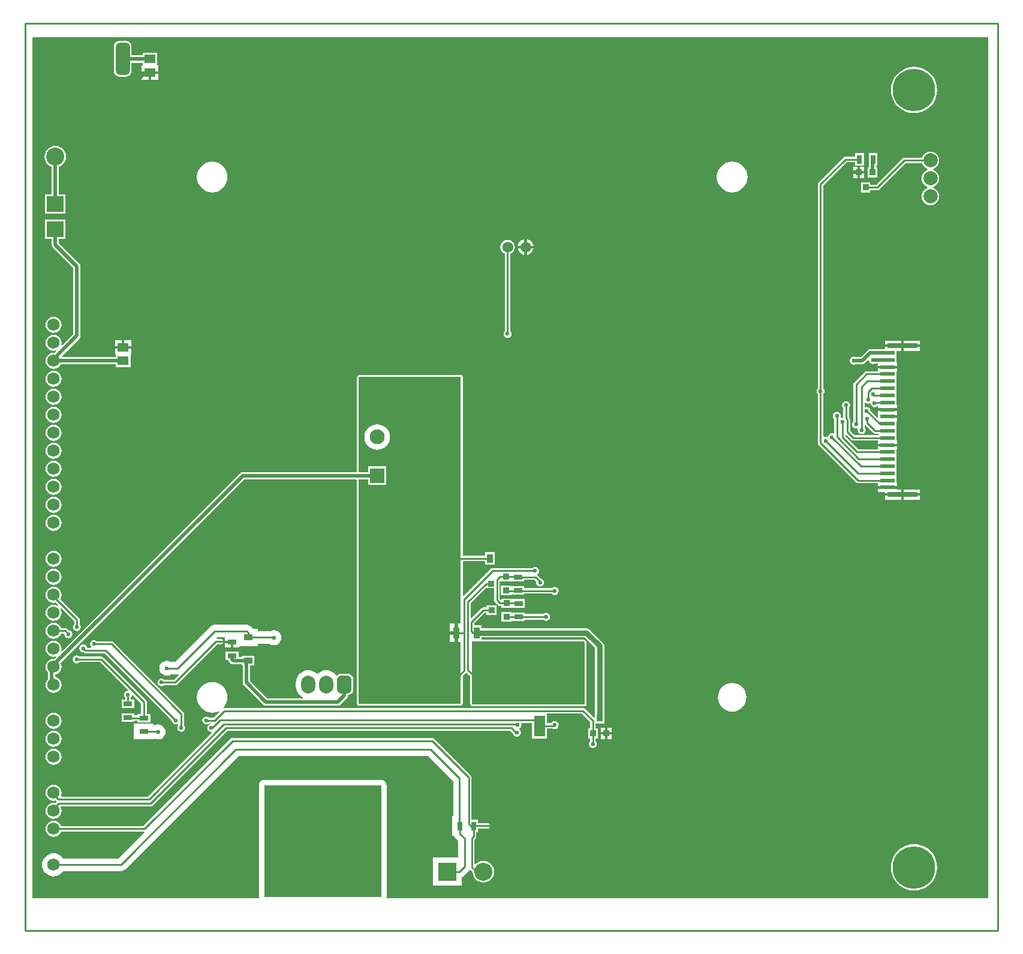
<source format=gtl>
G04*
G04 #@! TF.GenerationSoftware,Altium Limited,CircuitStudio,1.5.2 (30)*
G04*
G04 Layer_Physical_Order=1*
G04 Layer_Color=11767835*
%FSLAX44Y44*%
%MOMM*%
G71*
G01*
G75*
%ADD10R,0.2540X0.2540*%
%ADD11R,0.9100X1.2200*%
%ADD12R,5.8000X6.2000*%
%ADD13R,1.6000X3.0000*%
%ADD14R,2.7500X7.8200*%
%ADD15R,0.9000X1.6000*%
%ADD16R,0.7000X1.3000*%
%ADD17R,0.8128X0.9144*%
%ADD18R,2.0000X0.6000*%
%ADD19R,4.2000X0.7000*%
%ADD20R,1.6000X1.3000*%
%ADD21R,1.2200X0.9100*%
%ADD22R,1.3000X0.7000*%
%ADD23R,2.4000X2.1600*%
%ADD24R,0.2540X0.2540*%
%ADD25R,0.9144X0.8128*%
%ADD26C,0.2540*%
%ADD27C,0.5000*%
%ADD28C,0.7500*%
%ADD29C,0.2500*%
%ADD30R,2.5400X2.5400*%
%ADD31C,2.5400*%
%ADD32C,6.0000*%
%ADD33O,2.5400X3.1750*%
%ADD34R,2.5400X2.5400*%
%ADD35C,4.0000*%
%ADD36C,2.0000*%
G04:AMPARAMS|DCode=37|XSize=2mm|YSize=4mm|CornerRadius=0.5mm|HoleSize=0mm|Usage=FLASHONLY|Rotation=180.000|XOffset=0mm|YOffset=0mm|HoleType=Round|Shape=RoundedRectangle|*
%AMROUNDEDRECTD37*
21,1,2.0000,3.0000,0,0,180.0*
21,1,1.0000,4.0000,0,0,180.0*
1,1,1.0000,-0.5000,1.5000*
1,1,1.0000,0.5000,1.5000*
1,1,1.0000,0.5000,-1.5000*
1,1,1.0000,-0.5000,-1.5000*
%
%ADD37ROUNDEDRECTD37*%
G04:AMPARAMS|DCode=38|XSize=2mm|YSize=4.5mm|CornerRadius=0.5mm|HoleSize=0mm|Usage=FLASHONLY|Rotation=0.000|XOffset=0mm|YOffset=0mm|HoleType=Round|Shape=RoundedRectangle|*
%AMROUNDEDRECTD38*
21,1,2.0000,3.5000,0,0,0.0*
21,1,1.0000,4.5000,0,0,0.0*
1,1,1.0000,0.5000,-1.7500*
1,1,1.0000,-0.5000,-1.7500*
1,1,1.0000,-0.5000,1.7500*
1,1,1.0000,0.5000,1.7500*
%
%ADD38ROUNDEDRECTD38*%
G04:AMPARAMS|DCode=39|XSize=2mm|YSize=4mm|CornerRadius=0.5mm|HoleSize=0mm|Usage=FLASHONLY|Rotation=90.000|XOffset=0mm|YOffset=0mm|HoleType=Round|Shape=RoundedRectangle|*
%AMROUNDEDRECTD39*
21,1,2.0000,3.0000,0,0,90.0*
21,1,1.0000,4.0000,0,0,90.0*
1,1,1.0000,1.5000,0.5000*
1,1,1.0000,1.5000,-0.5000*
1,1,1.0000,-1.5000,-0.5000*
1,1,1.0000,-1.5000,0.5000*
%
%ADD39ROUNDEDRECTD39*%
G04:AMPARAMS|DCode=40|XSize=2mm|YSize=2.5mm|CornerRadius=0.5mm|HoleSize=0mm|Usage=FLASHONLY|Rotation=0.000|XOffset=0mm|YOffset=0mm|HoleType=Round|Shape=RoundedRectangle|*
%AMROUNDEDRECTD40*
21,1,2.0000,1.5000,0,0,0.0*
21,1,1.0000,2.5000,0,0,0.0*
1,1,1.0000,0.5000,-0.7500*
1,1,1.0000,-0.5000,-0.7500*
1,1,1.0000,-0.5000,0.7500*
1,1,1.0000,0.5000,0.7500*
%
%ADD40ROUNDEDRECTD40*%
%ADD41O,2.0000X2.5000*%
%ADD42C,2.1000*%
%ADD43R,2.1000X2.1000*%
%ADD44C,1.5240*%
%ADD45C,1.7500*%
%ADD46C,0.6000*%
G36*
X2104000Y1468500D02*
X1939000D01*
Y1626000D01*
X2104000D01*
Y1468500D01*
D02*
G37*
G36*
X2961500Y2681000D02*
X2961500Y1466898D01*
X2960602Y1466000D01*
X2112349Y1466000D01*
X2111403Y1467270D01*
X2111565Y1468500D01*
Y1626000D01*
X2111307Y1627958D01*
X2110551Y1629782D01*
X2109349Y1631349D01*
X2107782Y1632551D01*
X2105958Y1633307D01*
X2104000Y1633565D01*
X1939000D01*
X1937042Y1633307D01*
X1935217Y1632551D01*
X1933651Y1631349D01*
X1932449Y1629782D01*
X1931693Y1627958D01*
X1931435Y1626000D01*
Y1468500D01*
X1931597Y1467270D01*
X1930651Y1466000D01*
X1611500D01*
X1611500Y2680102D01*
X1612398Y2681000D01*
X2961500Y2681000D01*
D02*
G37*
%LPC*%
G36*
X1641500Y1956687D02*
X1638553Y1956299D01*
X1635806Y1955162D01*
X1633448Y1953352D01*
X1631638Y1950993D01*
X1630500Y1948247D01*
X1630112Y1945300D01*
X1630500Y1942353D01*
X1631638Y1939606D01*
X1633448Y1937248D01*
X1635806Y1935438D01*
X1638553Y1934300D01*
X1641500Y1933912D01*
X1644447Y1934300D01*
X1647194Y1935438D01*
X1649552Y1937248D01*
X1651362Y1939606D01*
X1652499Y1942353D01*
X1652887Y1945300D01*
X1652499Y1948247D01*
X1651362Y1950993D01*
X1649552Y1953352D01*
X1647194Y1955162D01*
X1644447Y1956299D01*
X1641500Y1956687D01*
D02*
G37*
G36*
X2073398Y2204590D02*
X2072407Y2204393D01*
X2071567Y2203831D01*
X2070669Y2202933D01*
X2070107Y2202093D01*
X2069910Y2201102D01*
X2069910Y2068737D01*
X2069173Y2067839D01*
X1908800D01*
X1906833Y2067448D01*
X1905166Y2066334D01*
X1654001Y1815168D01*
X1652614Y1815378D01*
X1652516Y1815479D01*
X1652887Y1818300D01*
X1652499Y1821247D01*
X1651362Y1823994D01*
X1649552Y1826352D01*
X1647194Y1828162D01*
X1644447Y1829299D01*
X1641500Y1829687D01*
X1638553Y1829299D01*
X1635806Y1828162D01*
X1633448Y1826352D01*
X1631638Y1823994D01*
X1630500Y1821247D01*
X1630112Y1818300D01*
X1630500Y1815353D01*
X1631638Y1812606D01*
X1633448Y1810248D01*
X1635806Y1808438D01*
X1638553Y1807300D01*
X1641500Y1806912D01*
X1644321Y1807284D01*
X1644422Y1807185D01*
X1644631Y1805799D01*
X1642932Y1804099D01*
X1641500Y1804287D01*
X1638553Y1803899D01*
X1635806Y1802762D01*
X1633448Y1800952D01*
X1631638Y1798593D01*
X1630500Y1795847D01*
X1630112Y1792900D01*
X1630500Y1789953D01*
X1631638Y1787206D01*
X1633448Y1784848D01*
X1633861Y1784530D01*
Y1775869D01*
X1633448Y1775552D01*
X1631638Y1773194D01*
X1630500Y1770447D01*
X1630112Y1767500D01*
X1630500Y1764553D01*
X1631638Y1761806D01*
X1633448Y1759448D01*
X1635806Y1757638D01*
X1638553Y1756500D01*
X1641500Y1756112D01*
X1644447Y1756500D01*
X1647194Y1757638D01*
X1649552Y1759448D01*
X1651362Y1761806D01*
X1652499Y1764553D01*
X1652887Y1767500D01*
X1652499Y1770447D01*
X1651362Y1773194D01*
X1649552Y1775552D01*
X1647194Y1777362D01*
X1644447Y1778499D01*
X1644139Y1778540D01*
Y1781860D01*
X1644447Y1781900D01*
X1647194Y1783038D01*
X1649552Y1784848D01*
X1651362Y1787206D01*
X1652499Y1789953D01*
X1652887Y1792900D01*
X1652499Y1795847D01*
X1651537Y1798170D01*
X1910928Y2057561D01*
X2069012D01*
X2069910Y2056663D01*
X2069910Y1741000D01*
X2070107Y1740009D01*
X2070669Y1739169D01*
X2071509Y1738607D01*
X2072500Y1738410D01*
X2215602Y1738410D01*
X2216593Y1738607D01*
X2217433Y1739169D01*
X2218331Y1740067D01*
X2218893Y1740907D01*
X2219090Y1741898D01*
Y1780096D01*
X2223997Y1785003D01*
X2224458Y1785048D01*
X2229910Y1779596D01*
Y1740898D01*
X2230107Y1739907D01*
X2230669Y1739067D01*
X2231567Y1738169D01*
X2232407Y1737607D01*
X2233398Y1737410D01*
X2391500Y1737410D01*
X2392491Y1737607D01*
X2393331Y1738169D01*
X2393892Y1739009D01*
X2394090Y1740000D01*
X2394090Y1827602D01*
X2393893Y1828593D01*
X2393331Y1829433D01*
X2392433Y1830331D01*
X2391593Y1830892D01*
X2390602Y1831090D01*
X2246938Y1831090D01*
X2246040Y1831988D01*
Y1834587D01*
X2391343D01*
X2406103Y1819827D01*
Y1727190D01*
X2405912D01*
Y1721377D01*
X2404642Y1720851D01*
X2391747Y1733747D01*
X2390486Y1734589D01*
X2389000Y1734884D01*
X1882585D01*
X1882396Y1735091D01*
X1881908Y1736062D01*
X1883396Y1737875D01*
X1885397Y1741617D01*
X1886628Y1745677D01*
X1887044Y1749900D01*
X1886628Y1754123D01*
X1885397Y1758183D01*
X1883396Y1761925D01*
X1880705Y1765205D01*
X1877425Y1767897D01*
X1873683Y1769897D01*
X1869623Y1771128D01*
X1865400Y1771544D01*
X1861177Y1771128D01*
X1857117Y1769897D01*
X1853375Y1767897D01*
X1850095Y1765205D01*
X1847404Y1761925D01*
X1845403Y1758183D01*
X1844172Y1754123D01*
X1843756Y1749900D01*
X1844172Y1745677D01*
X1845403Y1741617D01*
X1847404Y1737875D01*
X1850095Y1734595D01*
X1853375Y1731904D01*
X1857117Y1729903D01*
X1861177Y1728672D01*
X1865400Y1728256D01*
X1869623Y1728672D01*
X1873683Y1729903D01*
X1874608Y1730398D01*
X1875373Y1729367D01*
X1867141Y1721134D01*
X1861317D01*
X1861244Y1721244D01*
X1859411Y1722468D01*
X1857250Y1722898D01*
X1855088Y1722468D01*
X1853256Y1721244D01*
X1852031Y1719411D01*
X1851601Y1717250D01*
X1852031Y1715088D01*
X1853256Y1713256D01*
X1855088Y1712031D01*
X1857250Y1711601D01*
X1859411Y1712031D01*
X1861244Y1713256D01*
X1861317Y1713365D01*
X1862601D01*
X1862726Y1712095D01*
X1862088Y1711968D01*
X1860256Y1710744D01*
X1859031Y1708911D01*
X1858601Y1706750D01*
X1859031Y1704588D01*
X1860256Y1702756D01*
X1862088Y1701531D01*
X1864250Y1701101D01*
X1864327Y1701117D01*
X1864953Y1699946D01*
X1774891Y1609884D01*
X1652703D01*
X1651997Y1610941D01*
X1652499Y1612153D01*
X1652887Y1615100D01*
X1652499Y1618047D01*
X1651362Y1620793D01*
X1649552Y1623152D01*
X1647194Y1624962D01*
X1644447Y1626099D01*
X1641500Y1626487D01*
X1638553Y1626099D01*
X1635806Y1624962D01*
X1633448Y1623152D01*
X1631638Y1620793D01*
X1630500Y1618047D01*
X1630112Y1615100D01*
X1630500Y1612153D01*
X1631638Y1609406D01*
X1633448Y1607048D01*
X1635806Y1605238D01*
X1638553Y1604100D01*
X1641500Y1603712D01*
X1644447Y1604100D01*
X1644489Y1604118D01*
X1645353Y1603253D01*
X1645544Y1603126D01*
X1645668Y1601862D01*
X1644488Y1600682D01*
X1644447Y1600699D01*
X1641500Y1601087D01*
X1638553Y1600699D01*
X1635806Y1599562D01*
X1633448Y1597752D01*
X1631638Y1595394D01*
X1630500Y1592647D01*
X1630112Y1589700D01*
X1630500Y1586753D01*
X1631638Y1584006D01*
X1633448Y1581648D01*
X1635806Y1579838D01*
X1638553Y1578700D01*
X1641500Y1578312D01*
X1644447Y1578700D01*
X1647194Y1579838D01*
X1649552Y1581648D01*
X1651362Y1584006D01*
X1652499Y1586753D01*
X1652887Y1589700D01*
X1652499Y1592647D01*
X1651647Y1594705D01*
X1652439Y1595975D01*
X1778294D01*
X1779781Y1596271D01*
X1781041Y1597113D01*
X1886543Y1702615D01*
X2286391D01*
X2290298Y1698708D01*
X2290431Y1698038D01*
X2291656Y1696206D01*
X2293488Y1694981D01*
X2295650Y1694551D01*
X2297811Y1694981D01*
X2299644Y1696206D01*
X2300868Y1698038D01*
X2301298Y1700200D01*
X2300868Y1702361D01*
X2299644Y1704194D01*
X2299021Y1704610D01*
X2298978Y1704750D01*
X2299108Y1706080D01*
X2300494Y1707006D01*
X2301718Y1708838D01*
X2302148Y1711000D01*
X2301819Y1712655D01*
X2302619Y1713925D01*
X2317053D01*
Y1691950D01*
X2338133D01*
Y1705606D01*
X2346741D01*
X2346837Y1705542D01*
X2348998Y1705112D01*
X2351160Y1705542D01*
X2352992Y1706766D01*
X2354217Y1708599D01*
X2354647Y1710760D01*
X2354217Y1712922D01*
X2352992Y1714754D01*
X2351160Y1715979D01*
X2348998Y1716409D01*
X2346837Y1715979D01*
X2345004Y1714754D01*
X2344082Y1713375D01*
X2339031D01*
X2338133Y1714273D01*
Y1727030D01*
X2339368Y1727115D01*
X2387391D01*
X2388006Y1726500D01*
X2399132Y1715374D01*
Y1706014D01*
X2396413D01*
Y1691790D01*
X2399132D01*
Y1688051D01*
X2399022Y1687977D01*
X2397798Y1686145D01*
X2397368Y1683983D01*
X2397798Y1681822D01*
X2399022Y1679989D01*
X2400855Y1678765D01*
X2403017Y1678335D01*
X2405178Y1678765D01*
X2407011Y1679989D01*
X2408235Y1681822D01*
X2408665Y1683983D01*
X2408235Y1686145D01*
X2407011Y1687977D01*
X2406901Y1688051D01*
Y1691790D01*
X2409621D01*
Y1706014D01*
X2406901D01*
Y1712966D01*
X2419120D01*
Y1726500D01*
Y1727190D01*
X2418930D01*
Y1822483D01*
X2418442Y1824937D01*
X2417051Y1827018D01*
X2398535Y1845535D01*
X2396454Y1846925D01*
X2394000Y1847413D01*
X2246040D01*
Y1851540D01*
X2235464D01*
Y1854471D01*
X2250061Y1869067D01*
X2252824D01*
Y1866348D01*
X2267048D01*
Y1879556D01*
X2252824D01*
Y1876837D01*
X2248452D01*
X2246965Y1876541D01*
X2245705Y1875699D01*
X2231558Y1861552D01*
X2230385Y1862038D01*
Y1882681D01*
X2250843Y1903140D01*
X2251800Y1903820D01*
Y1903820D01*
X2251800Y1903820D01*
X2263615D01*
Y1887000D01*
X2263911Y1885513D01*
X2264753Y1884253D01*
X2269149Y1879857D01*
X2270409Y1879015D01*
X2271896Y1878719D01*
X2274000D01*
Y1876000D01*
X2288224D01*
Y1876000D01*
X2288984Y1876488D01*
X2307064D01*
Y1888568D01*
X2288984D01*
X2288224Y1889208D01*
Y1889208D01*
X2274000D01*
Y1887790D01*
X2272730Y1887264D01*
X2271384Y1888609D01*
Y1913607D01*
X2271706Y1913831D01*
X2272976Y1913472D01*
Y1913472D01*
X2287200D01*
X2287200Y1913472D01*
D01*
X2287960Y1913460D01*
Y1913460D01*
X2288465Y1913460D01*
X2306040D01*
Y1915615D01*
X2320291D01*
X2322868Y1913039D01*
X2322661Y1912000D01*
X2323091Y1909838D01*
X2324316Y1908006D01*
X2326148Y1906781D01*
X2328310Y1906351D01*
X2330471Y1906781D01*
X2332304Y1908006D01*
X2333528Y1909838D01*
X2333958Y1912000D01*
X2333528Y1914162D01*
X2332304Y1915994D01*
X2330471Y1917218D01*
X2329478Y1917416D01*
X2324647Y1922247D01*
X2324523Y1922330D01*
X2324523Y1923857D01*
X2325494Y1924506D01*
X2326718Y1926338D01*
X2327148Y1928500D01*
X2326718Y1930661D01*
X2325494Y1932494D01*
X2323661Y1933718D01*
X2321500Y1934148D01*
X2319338Y1933718D01*
X2317506Y1932494D01*
X2317433Y1932384D01*
X2261500D01*
X2260013Y1932089D01*
X2258753Y1931247D01*
X2220263Y1892757D01*
X2219090Y1893243D01*
X2219090Y1941217D01*
X2219988Y1942115D01*
X2250560D01*
Y1937360D01*
X2264740D01*
Y1954640D01*
X2250560D01*
Y1949884D01*
X2219090D01*
X2219090Y2202000D01*
X2218893Y2202991D01*
X2218331Y2203831D01*
X2217491Y2204393D01*
X2216500Y2204590D01*
X2073398Y2204590D01*
D02*
G37*
G36*
X1641500Y2007487D02*
X1638553Y2007099D01*
X1635806Y2005962D01*
X1633448Y2004152D01*
X1631638Y2001794D01*
X1630500Y1999047D01*
X1630112Y1996100D01*
X1630500Y1993153D01*
X1631638Y1990406D01*
X1633448Y1988048D01*
X1635806Y1986238D01*
X1638553Y1985100D01*
X1641500Y1984712D01*
X1644447Y1985100D01*
X1647194Y1986238D01*
X1649552Y1988048D01*
X1651362Y1990406D01*
X1652499Y1993153D01*
X1652887Y1996100D01*
X1652499Y1999047D01*
X1651362Y2001794D01*
X1649552Y2004152D01*
X1647194Y2005962D01*
X1644447Y2007099D01*
X1641500Y2007487D01*
D02*
G37*
G36*
Y1931287D02*
X1638553Y1930899D01*
X1635806Y1929762D01*
X1633448Y1927952D01*
X1631638Y1925594D01*
X1630500Y1922847D01*
X1630112Y1919900D01*
X1630500Y1916953D01*
X1631638Y1914206D01*
X1633448Y1911848D01*
X1635806Y1910038D01*
X1638553Y1908900D01*
X1641500Y1908512D01*
X1644447Y1908900D01*
X1647194Y1910038D01*
X1649552Y1911848D01*
X1651362Y1914206D01*
X1652499Y1916953D01*
X1652887Y1919900D01*
X1652499Y1922847D01*
X1651362Y1925594D01*
X1649552Y1927952D01*
X1647194Y1929762D01*
X1644447Y1930899D01*
X1641500Y1931287D01*
D02*
G37*
G36*
X2288224Y1870056D02*
Y1870056D01*
X2274000D01*
Y1856848D01*
X2288224D01*
Y1856848D01*
X2288984Y1857488D01*
X2307064D01*
Y1859567D01*
X2332885D01*
X2332958Y1859458D01*
X2334790Y1858233D01*
X2336952Y1857803D01*
X2339113Y1858233D01*
X2340946Y1859458D01*
X2342170Y1861290D01*
X2342600Y1863452D01*
X2342170Y1865613D01*
X2340946Y1867446D01*
X2339113Y1868670D01*
X2336952Y1869100D01*
X2334790Y1868670D01*
X2332958Y1867446D01*
X2332885Y1867336D01*
X2307064D01*
Y1869568D01*
X2288984D01*
X2288224Y1870056D01*
D02*
G37*
G36*
X1641500Y1905887D02*
X1638553Y1905499D01*
X1635806Y1904362D01*
X1633448Y1902552D01*
X1631638Y1900193D01*
X1630500Y1897447D01*
X1630112Y1894500D01*
X1630500Y1891553D01*
X1631638Y1888806D01*
X1633448Y1886448D01*
X1635806Y1884638D01*
X1638553Y1883500D01*
X1641500Y1883112D01*
X1644447Y1883500D01*
X1644489Y1883518D01*
X1648269Y1879737D01*
X1647430Y1878780D01*
X1647194Y1878962D01*
X1644447Y1880099D01*
X1641500Y1880487D01*
X1638553Y1880099D01*
X1635806Y1878962D01*
X1633448Y1877152D01*
X1631638Y1874794D01*
X1630500Y1872047D01*
X1630112Y1869100D01*
X1630500Y1866153D01*
X1631638Y1863406D01*
X1633448Y1861048D01*
X1635806Y1859238D01*
X1638553Y1858100D01*
X1641500Y1857712D01*
X1644447Y1858100D01*
X1647194Y1859238D01*
X1649552Y1861048D01*
X1651362Y1863406D01*
X1652499Y1866153D01*
X1652887Y1869100D01*
X1652499Y1872047D01*
X1651362Y1874794D01*
X1651180Y1875030D01*
X1652137Y1875869D01*
X1670615Y1857391D01*
Y1853067D01*
X1670506Y1852994D01*
X1669281Y1851162D01*
X1668851Y1849000D01*
X1669281Y1846838D01*
X1670506Y1845006D01*
X1672338Y1843781D01*
X1674500Y1843351D01*
X1676662Y1843781D01*
X1678494Y1845006D01*
X1679719Y1846838D01*
X1680148Y1849000D01*
X1679719Y1851162D01*
X1678494Y1852994D01*
X1678385Y1853067D01*
Y1859000D01*
X1678089Y1860487D01*
X1677247Y1861747D01*
X1650852Y1888142D01*
X1651362Y1888806D01*
X1652499Y1891553D01*
X1652887Y1894500D01*
X1652499Y1897447D01*
X1651362Y1900193D01*
X1649552Y1902552D01*
X1647194Y1904362D01*
X1644447Y1905499D01*
X1641500Y1905887D01*
D02*
G37*
G36*
X2287200Y1907528D02*
X2272976D01*
Y1894320D01*
X2286748D01*
X2287200Y1894320D01*
Y1894320D01*
X2287200Y1894320D01*
Y1894320D01*
X2287960Y1894460D01*
X2287960D01*
Y1894460D01*
X2287960Y1894460D01*
X2306040D01*
Y1896115D01*
X2344933D01*
X2345006Y1896006D01*
X2346838Y1894781D01*
X2349000Y1894351D01*
X2351161Y1894781D01*
X2352994Y1896006D01*
X2354218Y1897838D01*
X2354648Y1900000D01*
X2354218Y1902161D01*
X2352994Y1903994D01*
X2351161Y1905218D01*
X2349000Y1905648D01*
X2346838Y1905218D01*
X2345006Y1903994D01*
X2344933Y1903884D01*
X2306040D01*
Y1906540D01*
X2287960D01*
X2287200Y1907495D01*
Y1907528D01*
D02*
G37*
G36*
X2832500Y2044250D02*
X2819000D01*
X2805500D01*
Y2039500D01*
X2815500D01*
Y2037750D01*
X2838250D01*
Y2043000D01*
X2832500D01*
Y2044250D01*
D02*
G37*
G36*
X2864500Y2043000D02*
X2841750D01*
Y2037750D01*
X2864500D01*
Y2043000D01*
D02*
G37*
G36*
X1641500Y2083687D02*
X1638553Y2083299D01*
X1635806Y2082162D01*
X1633448Y2080352D01*
X1631638Y2077993D01*
X1630500Y2075247D01*
X1630112Y2072300D01*
X1630500Y2069353D01*
X1631638Y2066606D01*
X1633448Y2064248D01*
X1635806Y2062438D01*
X1638553Y2061300D01*
X1641500Y2060912D01*
X1644447Y2061300D01*
X1647194Y2062438D01*
X1649552Y2064248D01*
X1651362Y2066606D01*
X1652499Y2069353D01*
X1652887Y2072300D01*
X1652499Y2075247D01*
X1651362Y2077993D01*
X1649552Y2080352D01*
X1647194Y2082162D01*
X1644447Y2083299D01*
X1641500Y2083687D01*
D02*
G37*
G36*
Y2058287D02*
X1638553Y2057899D01*
X1635806Y2056762D01*
X1633448Y2054952D01*
X1631638Y2052594D01*
X1630500Y2049847D01*
X1630112Y2046900D01*
X1630500Y2043953D01*
X1631638Y2041206D01*
X1633448Y2038848D01*
X1635806Y2037038D01*
X1638553Y2035900D01*
X1641500Y2035512D01*
X1644447Y2035900D01*
X1647194Y2037038D01*
X1649552Y2038848D01*
X1651362Y2041206D01*
X1652499Y2043953D01*
X1652887Y2046900D01*
X1652499Y2049847D01*
X1651362Y2052594D01*
X1649552Y2054952D01*
X1647194Y2056762D01*
X1644447Y2057899D01*
X1641500Y2058287D01*
D02*
G37*
G36*
Y2032887D02*
X1638553Y2032499D01*
X1635806Y2031362D01*
X1633448Y2029552D01*
X1631638Y2027193D01*
X1630500Y2024447D01*
X1630112Y2021500D01*
X1630500Y2018553D01*
X1631638Y2015806D01*
X1633448Y2013448D01*
X1635806Y2011638D01*
X1638553Y2010500D01*
X1641500Y2010112D01*
X1644447Y2010500D01*
X1647194Y2011638D01*
X1649552Y2013448D01*
X1651362Y2015806D01*
X1652499Y2018553D01*
X1652887Y2021500D01*
X1652499Y2024447D01*
X1651362Y2027193D01*
X1649552Y2029552D01*
X1647194Y2031362D01*
X1644447Y2032499D01*
X1641500Y2032887D01*
D02*
G37*
G36*
X2838250Y2034250D02*
X2815500D01*
Y2029000D01*
X2838250D01*
Y2034250D01*
D02*
G37*
G36*
X2864500D02*
X2841750D01*
Y2029000D01*
X2864500D01*
Y2034250D01*
D02*
G37*
G36*
X2856500Y1542641D02*
X2851394Y1542239D01*
X2846413Y1541043D01*
X2841682Y1539083D01*
X2837314Y1536407D01*
X2833419Y1533080D01*
X2830093Y1529185D01*
X2827417Y1524818D01*
X2825457Y1520086D01*
X2824261Y1515106D01*
X2823859Y1510000D01*
X2824261Y1504894D01*
X2825457Y1499913D01*
X2827417Y1495181D01*
X2830093Y1490814D01*
X2833419Y1486920D01*
X2837314Y1483593D01*
X2841682Y1480917D01*
X2846413Y1478957D01*
X2851394Y1477761D01*
X2856500Y1477359D01*
X2861606Y1477761D01*
X2866586Y1478957D01*
X2871318Y1480917D01*
X2875685Y1483593D01*
X2879580Y1486920D01*
X2882907Y1490814D01*
X2885583Y1495181D01*
X2887543Y1499913D01*
X2888739Y1504894D01*
X2889141Y1510000D01*
X2888739Y1515106D01*
X2887543Y1520086D01*
X2885583Y1524818D01*
X2882907Y1529185D01*
X2879580Y1533080D01*
X2875685Y1536407D01*
X2871318Y1539083D01*
X2866586Y1541043D01*
X2861606Y1542239D01*
X2856500Y1542641D01*
D02*
G37*
G36*
X2429733Y1706974D02*
X2423918D01*
Y1700652D01*
X2429733D01*
Y1706974D01*
D02*
G37*
G36*
X2420419D02*
X2414604D01*
Y1700652D01*
X2420419D01*
Y1706974D01*
D02*
G37*
G36*
X1674000Y1809148D02*
X1671838Y1808718D01*
X1670006Y1807494D01*
X1668781Y1805661D01*
X1668351Y1803500D01*
X1668781Y1801338D01*
X1670006Y1799506D01*
X1671838Y1798281D01*
X1674000Y1797851D01*
X1676161Y1798281D01*
X1677994Y1799506D01*
X1678067Y1799615D01*
X1707391D01*
X1746701Y1760305D01*
X1746134Y1759076D01*
X1744338Y1758718D01*
X1742506Y1757494D01*
X1741281Y1755661D01*
X1740851Y1753500D01*
X1741281Y1751338D01*
X1742506Y1749506D01*
X1742615Y1749433D01*
Y1746540D01*
X1737460D01*
Y1734460D01*
X1755540D01*
Y1746540D01*
X1750385D01*
Y1749433D01*
X1750494Y1749506D01*
X1751718Y1751338D01*
X1752076Y1753134D01*
X1753305Y1753701D01*
X1765115Y1741891D01*
Y1726540D01*
X1759960D01*
Y1724384D01*
X1755540D01*
Y1727540D01*
X1737460D01*
Y1715460D01*
X1755540D01*
Y1716615D01*
X1759960D01*
Y1714460D01*
X1778040D01*
Y1726540D01*
X1772885D01*
Y1743500D01*
X1772589Y1744986D01*
X1771747Y1746247D01*
X1711747Y1806247D01*
X1710486Y1807089D01*
X1709000Y1807384D01*
X1678067D01*
X1677994Y1807494D01*
X1676161Y1808718D01*
X1674000Y1809148D01*
D02*
G37*
G36*
X1641500Y1728087D02*
X1638553Y1727699D01*
X1635806Y1726562D01*
X1633448Y1724752D01*
X1631638Y1722393D01*
X1630500Y1719647D01*
X1630112Y1716700D01*
X1630500Y1713753D01*
X1631638Y1711006D01*
X1633448Y1708648D01*
X1635806Y1706838D01*
X1638553Y1705700D01*
X1641500Y1705312D01*
X1644447Y1705700D01*
X1647194Y1706838D01*
X1649552Y1708648D01*
X1651362Y1711006D01*
X1652499Y1713753D01*
X1652887Y1716700D01*
X1652499Y1719647D01*
X1651362Y1722393D01*
X1649552Y1724752D01*
X1647194Y1726562D01*
X1644447Y1727699D01*
X1641500Y1728087D01*
D02*
G37*
G36*
X1783000Y1712500D02*
X1755000D01*
Y1690500D01*
X1783000D01*
Y1690874D01*
X1784270Y1691594D01*
X1786259Y1690770D01*
X1789000Y1690409D01*
X1791741Y1690770D01*
X1794295Y1691828D01*
X1796489Y1693511D01*
X1798172Y1695705D01*
X1799230Y1698259D01*
X1799590Y1701000D01*
X1799230Y1703741D01*
X1798172Y1706295D01*
X1796489Y1708488D01*
X1794295Y1710172D01*
X1791741Y1711230D01*
X1789000Y1711591D01*
X1786259Y1711230D01*
X1784270Y1710406D01*
X1783000Y1710880D01*
Y1712500D01*
D02*
G37*
G36*
X1641500Y1702687D02*
X1638553Y1702299D01*
X1635806Y1701162D01*
X1633448Y1699352D01*
X1631638Y1696994D01*
X1630500Y1694247D01*
X1630112Y1691300D01*
X1630500Y1688353D01*
X1631638Y1685606D01*
X1633448Y1683248D01*
X1635806Y1681438D01*
X1638553Y1680300D01*
X1641500Y1679912D01*
X1644447Y1680300D01*
X1647194Y1681438D01*
X1649552Y1683248D01*
X1651362Y1685606D01*
X1652499Y1688353D01*
X1652887Y1691300D01*
X1652499Y1694247D01*
X1651362Y1696994D01*
X1649552Y1699352D01*
X1647194Y1701162D01*
X1644447Y1702299D01*
X1641500Y1702687D01*
D02*
G37*
G36*
X2429733Y1697152D02*
X2423918D01*
Y1690830D01*
X2429733D01*
Y1697152D01*
D02*
G37*
G36*
X2420419D02*
X2414604D01*
Y1690830D01*
X2420419D01*
Y1697152D01*
D02*
G37*
G36*
X1914000Y1852345D02*
X1869000D01*
X1867855Y1852195D01*
X1866710Y1852044D01*
X1865827Y1851678D01*
X1864577Y1851160D01*
X1862745Y1849755D01*
X1812836Y1799845D01*
X1807220D01*
X1806795Y1800172D01*
X1804241Y1801230D01*
X1801500Y1801591D01*
X1798759Y1801230D01*
X1796205Y1800172D01*
X1794011Y1798488D01*
X1792328Y1796295D01*
X1791270Y1793741D01*
X1790909Y1791000D01*
X1791270Y1788259D01*
X1792328Y1785704D01*
X1794011Y1783511D01*
X1796205Y1781828D01*
X1798759Y1780770D01*
X1801500Y1780409D01*
X1804241Y1780770D01*
X1806795Y1781828D01*
X1807220Y1782154D01*
X1816500D01*
X1817496Y1782285D01*
X1818089Y1781082D01*
X1811891Y1774884D01*
X1798067D01*
X1797994Y1774994D01*
X1796161Y1776218D01*
X1794000Y1776648D01*
X1791838Y1776218D01*
X1790006Y1774994D01*
X1788781Y1773161D01*
X1788351Y1771000D01*
X1788781Y1768838D01*
X1790006Y1767006D01*
X1791838Y1765781D01*
X1794000Y1765351D01*
X1796161Y1765781D01*
X1797994Y1767006D01*
X1798067Y1767115D01*
X1813500D01*
X1814986Y1767411D01*
X1816247Y1768253D01*
X1872609Y1824615D01*
X1877000D01*
X1878486Y1824911D01*
X1879747Y1825753D01*
X1880589Y1827013D01*
X1880885Y1828500D01*
X1880589Y1829986D01*
X1879747Y1831247D01*
X1878486Y1832089D01*
X1877000Y1832384D01*
X1872190D01*
X1871664Y1833654D01*
X1872664Y1834654D01*
X1883500D01*
Y1829500D01*
X1893500D01*
Y1827750D01*
X1895250D01*
Y1820750D01*
X1903500D01*
Y1822300D01*
X1929600D01*
Y1825504D01*
X1946454D01*
X1947205Y1824928D01*
X1949759Y1823870D01*
X1952500Y1823509D01*
X1955241Y1823870D01*
X1957795Y1824928D01*
X1959989Y1826611D01*
X1961672Y1828804D01*
X1962730Y1831359D01*
X1963091Y1834100D01*
X1962730Y1836841D01*
X1961672Y1839395D01*
X1959989Y1841588D01*
X1957795Y1843272D01*
X1955241Y1844330D01*
X1952500Y1844690D01*
X1949759Y1844330D01*
X1947205Y1843272D01*
X1947106Y1843196D01*
X1929600D01*
Y1846400D01*
X1923294D01*
X1922255Y1847755D01*
X1920255Y1849755D01*
X1918423Y1851160D01*
X1917173Y1851678D01*
X1916289Y1852044D01*
X1915145Y1852195D01*
X1914000Y1852345D01*
D02*
G37*
G36*
X1891750Y1826000D02*
X1883500D01*
Y1820750D01*
X1891750D01*
Y1826000D01*
D02*
G37*
G36*
X1641500Y1855087D02*
X1638553Y1854699D01*
X1635806Y1853562D01*
X1633448Y1851752D01*
X1631638Y1849393D01*
X1630500Y1846647D01*
X1630112Y1843700D01*
X1630500Y1840753D01*
X1631638Y1838006D01*
X1633448Y1835648D01*
X1635806Y1833838D01*
X1638553Y1832700D01*
X1641500Y1832312D01*
X1644447Y1832700D01*
X1647194Y1833838D01*
X1649552Y1835648D01*
X1651362Y1838006D01*
X1652111Y1839815D01*
X1655925D01*
X1656852Y1839000D01*
X1657281Y1836838D01*
X1658506Y1835006D01*
X1660338Y1833781D01*
X1662500Y1833351D01*
X1664662Y1833781D01*
X1666494Y1835006D01*
X1667719Y1836838D01*
X1668148Y1839000D01*
X1667719Y1841162D01*
X1666494Y1842994D01*
X1664662Y1844218D01*
X1662500Y1844648D01*
X1662371Y1844623D01*
X1660547Y1846447D01*
X1659287Y1847289D01*
X1657800Y1847585D01*
X1652111D01*
X1651362Y1849393D01*
X1649552Y1851752D01*
X1647194Y1853562D01*
X1644447Y1854699D01*
X1641500Y1855087D01*
D02*
G37*
G36*
X2176006Y1692384D02*
X1894000D01*
X1892513Y1692089D01*
X1891253Y1691247D01*
X1768191Y1568185D01*
X1652111D01*
X1651362Y1569993D01*
X1649552Y1572352D01*
X1647194Y1574162D01*
X1644447Y1575299D01*
X1641500Y1575687D01*
X1638553Y1575299D01*
X1635806Y1574162D01*
X1633448Y1572352D01*
X1631638Y1569993D01*
X1630500Y1567247D01*
X1630112Y1564300D01*
X1630500Y1561353D01*
X1631638Y1558606D01*
X1633448Y1556248D01*
X1635806Y1554438D01*
X1638553Y1553300D01*
X1641500Y1552912D01*
X1644447Y1553300D01*
X1647194Y1554438D01*
X1649552Y1556248D01*
X1651362Y1558606D01*
X1652111Y1560415D01*
X1769110D01*
X1769636Y1559145D01*
X1732836Y1522346D01*
X1655197D01*
X1655077Y1522572D01*
X1653046Y1525046D01*
X1650572Y1527077D01*
X1647749Y1528586D01*
X1644685Y1529515D01*
X1641500Y1529828D01*
X1638314Y1529515D01*
X1635251Y1528586D01*
X1632428Y1527077D01*
X1629954Y1525046D01*
X1627923Y1522572D01*
X1626414Y1519749D01*
X1625485Y1516685D01*
X1625171Y1513500D01*
X1625485Y1510314D01*
X1626414Y1507251D01*
X1627923Y1504428D01*
X1629954Y1501954D01*
X1632428Y1499923D01*
X1635251Y1498414D01*
X1638314Y1497485D01*
X1641500Y1497171D01*
X1644685Y1497485D01*
X1647749Y1498414D01*
X1650572Y1499923D01*
X1653046Y1501954D01*
X1655077Y1504428D01*
X1655198Y1504654D01*
X1736500D01*
X1737645Y1504805D01*
X1738789Y1504956D01*
X1739673Y1505322D01*
X1740923Y1505839D01*
X1742755Y1507245D01*
X1902664Y1667154D01*
X2170336D01*
X2205654Y1631836D01*
Y1582250D01*
X2204500D01*
Y1554250D01*
X2207146D01*
X2207322Y1553827D01*
X2207839Y1552577D01*
X2209245Y1550745D01*
X2212982Y1547008D01*
Y1524200D01*
X2177498D01*
Y1483800D01*
X2217898D01*
Y1495915D01*
X2218923Y1496339D01*
X2220755Y1497745D01*
X2228083Y1505073D01*
X2228508Y1505628D01*
X2228975Y1506235D01*
X2230576Y1506430D01*
X2233204Y1503802D01*
X2233479Y1501012D01*
X2234350Y1498140D01*
X2235765Y1495492D01*
X2237670Y1493172D01*
X2239990Y1491267D01*
X2242638Y1489852D01*
X2245510Y1488981D01*
X2248498Y1488686D01*
X2251485Y1488981D01*
X2254358Y1489852D01*
X2257006Y1491267D01*
X2259326Y1493172D01*
X2261231Y1495492D01*
X2262646Y1498140D01*
X2263517Y1501012D01*
X2263812Y1504000D01*
X2263517Y1506988D01*
X2262646Y1509860D01*
X2261231Y1512508D01*
X2259326Y1514828D01*
X2257006Y1516733D01*
X2254358Y1518148D01*
X2251485Y1519019D01*
X2248498Y1519314D01*
X2245510Y1519019D01*
X2242638Y1518148D01*
X2239990Y1516733D01*
X2237670Y1514828D01*
X2237023Y1514040D01*
X2235753Y1514495D01*
Y1549063D01*
X2237247Y1550557D01*
X2238089Y1551817D01*
X2238385Y1553304D01*
Y1559210D01*
X2240540D01*
Y1564615D01*
X2254000D01*
X2255486Y1564911D01*
X2256747Y1565753D01*
X2257589Y1567013D01*
X2257885Y1568500D01*
X2257589Y1569986D01*
X2256747Y1571247D01*
X2255486Y1572089D01*
X2254000Y1572384D01*
X2240540D01*
Y1577290D01*
X2231655D01*
Y1636736D01*
X2231359Y1638223D01*
X2230517Y1639483D01*
X2178753Y1691247D01*
X2177493Y1692089D01*
X2176006Y1692384D01*
D02*
G37*
G36*
X1902540Y1814790D02*
X1884460D01*
Y1802710D01*
X1888419D01*
X1888752Y1801033D01*
X1889866Y1799366D01*
X1891216Y1798016D01*
X1892883Y1796902D01*
X1894850Y1796511D01*
X1907360D01*
Y1794560D01*
X1908361D01*
Y1771000D01*
X1908752Y1769034D01*
X1909866Y1767366D01*
X1937506Y1739726D01*
X1939173Y1738612D01*
X1941140Y1738221D01*
X2042860D01*
X2044827Y1738612D01*
X2046494Y1739726D01*
X2055534Y1748766D01*
X2056648Y1750434D01*
X2057039Y1752400D01*
Y1752913D01*
X2058868Y1753154D01*
X2060703Y1753914D01*
X2062278Y1755122D01*
X2063486Y1756698D01*
X2064246Y1758532D01*
X2064505Y1760500D01*
Y1775500D01*
X2064246Y1777468D01*
X2063486Y1779303D01*
X2062278Y1780878D01*
X2060703Y1782086D01*
X2058868Y1782846D01*
X2056900Y1783105D01*
X2046900D01*
X2044932Y1782846D01*
X2043098Y1782086D01*
X2041522Y1780878D01*
X2040634Y1780863D01*
X2038934Y1782934D01*
X2036270Y1785121D01*
X2033229Y1786746D01*
X2029931Y1787747D01*
X2026500Y1788085D01*
X2023069Y1787747D01*
X2019771Y1786746D01*
X2016730Y1785121D01*
X2014066Y1782934D01*
X2013534D01*
X2010869Y1785121D01*
X2007829Y1786746D01*
X2004531Y1787747D01*
X2001100Y1788085D01*
X1997669Y1787747D01*
X1994371Y1786746D01*
X1991331Y1785121D01*
X1988666Y1782934D01*
X1986479Y1780269D01*
X1984854Y1777229D01*
X1983853Y1773931D01*
X1983515Y1770500D01*
Y1765500D01*
X1983853Y1762069D01*
X1984854Y1758771D01*
X1986479Y1755730D01*
X1988666Y1753066D01*
X1991331Y1750879D01*
X1993407Y1749769D01*
X1993089Y1748499D01*
X1943268D01*
X1918639Y1773129D01*
Y1794560D01*
X1924640D01*
Y1808740D01*
X1907360D01*
Y1806789D01*
X1902540D01*
Y1814790D01*
D02*
G37*
G36*
X2599600Y1770037D02*
X2595671Y1769650D01*
X2591894Y1768504D01*
X2588412Y1766643D01*
X2585361Y1764139D01*
X2582857Y1761087D01*
X2580996Y1757606D01*
X2579850Y1753828D01*
X2579463Y1749900D01*
X2579850Y1745972D01*
X2580996Y1742194D01*
X2582857Y1738712D01*
X2585361Y1735661D01*
X2588412Y1733157D01*
X2591894Y1731296D01*
X2595671Y1730150D01*
X2599600Y1729763D01*
X2603528Y1730150D01*
X2607306Y1731296D01*
X2610787Y1733157D01*
X2613839Y1735661D01*
X2616343Y1738712D01*
X2618204Y1742194D01*
X2619350Y1745972D01*
X2619737Y1749900D01*
X2619350Y1753828D01*
X2618204Y1757606D01*
X2616343Y1761087D01*
X2613839Y1764139D01*
X2610787Y1766643D01*
X2607306Y1768504D01*
X2603528Y1769650D01*
X2599600Y1770037D01*
D02*
G37*
G36*
X1698500Y1830648D02*
X1696338Y1830219D01*
X1694506Y1828994D01*
X1693281Y1827162D01*
X1692852Y1825000D01*
X1693281Y1822838D01*
X1694406Y1821155D01*
X1694072Y1819885D01*
X1688972D01*
X1688719Y1821162D01*
X1687494Y1822994D01*
X1685662Y1824219D01*
X1683500Y1824648D01*
X1681338Y1824219D01*
X1679506Y1822994D01*
X1678281Y1821162D01*
X1677852Y1819000D01*
X1678281Y1816838D01*
X1679506Y1815006D01*
X1681338Y1813781D01*
X1683500Y1813351D01*
X1683629Y1813377D01*
X1683753Y1813253D01*
X1685013Y1812411D01*
X1686500Y1812115D01*
X1713641D01*
X1808377Y1717379D01*
X1808351Y1717250D01*
X1808781Y1715088D01*
X1810006Y1713256D01*
X1811838Y1712031D01*
X1814000Y1711601D01*
X1816161Y1712031D01*
X1816422Y1712206D01*
X1817613Y1711608D01*
X1817700Y1710660D01*
X1816531Y1708911D01*
X1816101Y1706750D01*
X1816531Y1704588D01*
X1817756Y1702756D01*
X1819588Y1701531D01*
X1821750Y1701101D01*
X1823911Y1701531D01*
X1825744Y1702756D01*
X1826968Y1704588D01*
X1827398Y1706750D01*
X1826968Y1708911D01*
X1825744Y1710744D01*
X1825634Y1710817D01*
Y1726566D01*
X1825388Y1727806D01*
X1825339Y1728053D01*
X1824497Y1729313D01*
X1726063Y1827747D01*
X1724802Y1828589D01*
X1723316Y1828885D01*
X1702567D01*
X1702494Y1828994D01*
X1700662Y1830219D01*
X1698500Y1830648D01*
D02*
G37*
G36*
X1641500Y1677287D02*
X1638553Y1676899D01*
X1635806Y1675762D01*
X1633448Y1673952D01*
X1631638Y1671593D01*
X1630500Y1668847D01*
X1630112Y1665900D01*
X1630500Y1662953D01*
X1631638Y1660206D01*
X1633448Y1657848D01*
X1635806Y1656038D01*
X1638553Y1654900D01*
X1641500Y1654512D01*
X1644447Y1654900D01*
X1647194Y1656038D01*
X1649552Y1657848D01*
X1651362Y1660206D01*
X1652499Y1662953D01*
X1652887Y1665900D01*
X1652499Y1668847D01*
X1651362Y1671593D01*
X1649552Y1673952D01*
X1647194Y1675762D01*
X1644447Y1676899D01*
X1641500Y1677287D01*
D02*
G37*
G36*
X2599600Y2505744D02*
X2595378Y2505328D01*
X2591317Y2504097D01*
X2587575Y2502097D01*
X2584295Y2499405D01*
X2581603Y2496125D01*
X2579603Y2492383D01*
X2578372Y2488323D01*
X2577956Y2484100D01*
X2578372Y2479877D01*
X2579603Y2475817D01*
X2581603Y2472075D01*
X2584295Y2468795D01*
X2587575Y2466104D01*
X2591317Y2464103D01*
X2595378Y2462872D01*
X2599600Y2462456D01*
X2603823Y2462872D01*
X2607883Y2464103D01*
X2611625Y2466104D01*
X2614905Y2468795D01*
X2617596Y2472075D01*
X2619597Y2475817D01*
X2620828Y2479877D01*
X2621244Y2484100D01*
X2620828Y2488323D01*
X2619597Y2492383D01*
X2617596Y2496125D01*
X2614905Y2499405D01*
X2611625Y2502097D01*
X2607883Y2504097D01*
X2603823Y2505328D01*
X2599600Y2505744D01*
D02*
G37*
G36*
X1865400D02*
X1861177Y2505328D01*
X1857117Y2504097D01*
X1853375Y2502097D01*
X1850095Y2499405D01*
X1847404Y2496125D01*
X1845403Y2492383D01*
X1844172Y2488323D01*
X1843756Y2484100D01*
X1844172Y2479877D01*
X1845403Y2475817D01*
X1847404Y2472075D01*
X1850095Y2468795D01*
X1853375Y2466104D01*
X1857117Y2464103D01*
X1861177Y2462872D01*
X1865400Y2462456D01*
X1869623Y2462872D01*
X1873683Y2464103D01*
X1877425Y2466104D01*
X1880705Y2468795D01*
X1883396Y2472075D01*
X1885397Y2475817D01*
X1886628Y2479877D01*
X1887044Y2484100D01*
X1886628Y2488323D01*
X1885397Y2492383D01*
X1883396Y2496125D01*
X1880705Y2499405D01*
X1877425Y2502097D01*
X1873683Y2504097D01*
X1869623Y2505328D01*
X1865400Y2505744D01*
D02*
G37*
G36*
X2785988Y2488838D02*
X2780174D01*
Y2482516D01*
X2785988D01*
Y2488838D01*
D02*
G37*
G36*
X2776674D02*
X2770860D01*
Y2482516D01*
X2776674D01*
Y2488838D01*
D02*
G37*
G36*
X2309750Y2396235D02*
Y2387000D01*
X2318985D01*
X2318834Y2388153D01*
X2317713Y2390858D01*
X2315931Y2393181D01*
X2313608Y2394963D01*
X2310903Y2396084D01*
X2309750Y2396235D01*
D02*
G37*
G36*
X2306250Y2396235D02*
X2305097Y2396084D01*
X2302392Y2394963D01*
X2300069Y2393181D01*
X2298287Y2390858D01*
X2297166Y2388153D01*
X2297014Y2387000D01*
X2306250D01*
Y2396235D01*
D02*
G37*
G36*
X2879500Y2520048D02*
X2876227Y2519617D01*
X2873176Y2518354D01*
X2870556Y2516344D01*
X2868546Y2513724D01*
X2867536Y2511285D01*
X2842900D01*
X2841660Y2511038D01*
X2841413Y2510989D01*
X2840153Y2510147D01*
X2803303Y2473297D01*
X2794680D01*
Y2476524D01*
X2781472D01*
Y2462300D01*
X2794680D01*
Y2465527D01*
X2804912D01*
X2806399Y2465823D01*
X2807659Y2466665D01*
X2844509Y2503515D01*
X2867536D01*
X2868546Y2501076D01*
X2870556Y2498456D01*
X2873176Y2496446D01*
X2875733Y2495387D01*
Y2494013D01*
X2873176Y2492954D01*
X2870556Y2490944D01*
X2868546Y2488324D01*
X2867283Y2485274D01*
X2866852Y2482000D01*
X2867283Y2478726D01*
X2868546Y2475676D01*
X2870556Y2473056D01*
X2873176Y2471046D01*
X2875733Y2469987D01*
Y2468613D01*
X2873176Y2467554D01*
X2870556Y2465544D01*
X2868546Y2462924D01*
X2867283Y2459874D01*
X2866852Y2456600D01*
X2867283Y2453326D01*
X2868546Y2450276D01*
X2870556Y2447656D01*
X2873176Y2445646D01*
X2876227Y2444383D01*
X2879500Y2443952D01*
X2882774Y2444383D01*
X2885824Y2445646D01*
X2888444Y2447656D01*
X2890454Y2450276D01*
X2891717Y2453326D01*
X2892148Y2456600D01*
X2891717Y2459874D01*
X2890454Y2462924D01*
X2888444Y2465544D01*
X2885824Y2467554D01*
X2883268Y2468613D01*
Y2469987D01*
X2885824Y2471046D01*
X2888444Y2473056D01*
X2890454Y2475676D01*
X2891717Y2478726D01*
X2892148Y2482000D01*
X2891717Y2485274D01*
X2890454Y2488324D01*
X2888444Y2490944D01*
X2885824Y2492954D01*
X2883268Y2494013D01*
Y2495387D01*
X2885824Y2496446D01*
X2888444Y2498456D01*
X2890454Y2501076D01*
X2891717Y2504126D01*
X2892148Y2507400D01*
X2891717Y2510674D01*
X2890454Y2513724D01*
X2888444Y2516344D01*
X2885824Y2518354D01*
X2882774Y2519617D01*
X2879500Y2520048D01*
D02*
G37*
G36*
X1644000Y2528014D02*
X1641012Y2527720D01*
X1638140Y2526848D01*
X1635492Y2525433D01*
X1633172Y2523528D01*
X1631267Y2521208D01*
X1629852Y2518560D01*
X1628981Y2515688D01*
X1628686Y2512700D01*
X1628981Y2509712D01*
X1629852Y2506840D01*
X1631267Y2504192D01*
X1633172Y2501871D01*
X1635492Y2499967D01*
X1638140Y2498552D01*
X1638861Y2498333D01*
Y2459340D01*
X1629460D01*
Y2432660D01*
X1658540D01*
Y2459340D01*
X1649139D01*
Y2498333D01*
X1649860Y2498552D01*
X1652508Y2499967D01*
X1654828Y2501871D01*
X1656733Y2504192D01*
X1658148Y2506840D01*
X1659019Y2509712D01*
X1659314Y2512700D01*
X1659019Y2515688D01*
X1658148Y2518560D01*
X1656733Y2521208D01*
X1654828Y2523528D01*
X1652508Y2525433D01*
X1649860Y2526848D01*
X1646988Y2527720D01*
X1644000Y2528014D01*
D02*
G37*
G36*
X1775750Y2629750D02*
X1766000D01*
Y2621500D01*
X1775750D01*
Y2629750D01*
D02*
G37*
G36*
X2856500Y2639641D02*
X2851394Y2639239D01*
X2846413Y2638043D01*
X2841682Y2636083D01*
X2837314Y2633407D01*
X2833419Y2630080D01*
X2830093Y2626186D01*
X2827417Y2621819D01*
X2825457Y2617086D01*
X2824261Y2612106D01*
X2823859Y2607000D01*
X2824261Y2601894D01*
X2825457Y2596913D01*
X2827417Y2592181D01*
X2830093Y2587814D01*
X2833419Y2583919D01*
X2837314Y2580593D01*
X2841682Y2577917D01*
X2846413Y2575957D01*
X2851394Y2574761D01*
X2856500Y2574359D01*
X2861606Y2574761D01*
X2866586Y2575957D01*
X2871318Y2577917D01*
X2875685Y2580593D01*
X2879580Y2583919D01*
X2882907Y2587814D01*
X2885583Y2592181D01*
X2887543Y2596913D01*
X2888739Y2601894D01*
X2889141Y2607000D01*
X2888739Y2612106D01*
X2887543Y2617086D01*
X2885583Y2621819D01*
X2882907Y2626186D01*
X2879580Y2630080D01*
X2875685Y2633407D01*
X2871318Y2636083D01*
X2866586Y2638043D01*
X2861606Y2639239D01*
X2856500Y2639641D01*
D02*
G37*
G36*
X1744000Y2676105D02*
X1734000D01*
X1732032Y2675846D01*
X1730197Y2675086D01*
X1728622Y2673878D01*
X1727414Y2672303D01*
X1726654Y2670468D01*
X1726395Y2668500D01*
Y2633500D01*
X1726654Y2631532D01*
X1727414Y2629697D01*
X1728622Y2628122D01*
X1730197Y2626914D01*
X1732032Y2626154D01*
X1734000Y2625895D01*
X1744000D01*
X1745968Y2626154D01*
X1747802Y2626914D01*
X1749378Y2628122D01*
X1750586Y2629697D01*
X1751346Y2631532D01*
X1751605Y2633500D01*
Y2645361D01*
X1766960D01*
Y2641500D01*
X1766000D01*
Y2633250D01*
X1777500D01*
X1789000D01*
Y2641500D01*
X1788040D01*
Y2659540D01*
X1766960D01*
Y2655639D01*
X1751605D01*
Y2668500D01*
X1751346Y2670468D01*
X1750586Y2672303D01*
X1749378Y2673878D01*
X1747802Y2675086D01*
X1745968Y2675846D01*
X1744000Y2676105D01*
D02*
G37*
G36*
X1789000Y2629750D02*
X1779250D01*
Y2621500D01*
X1789000D01*
Y2629750D01*
D02*
G37*
G36*
X2776674Y2498660D02*
X2770860D01*
Y2492338D01*
X2776674D01*
Y2498660D01*
D02*
G37*
G36*
X2804533Y2518037D02*
X2792453D01*
Y2508159D01*
X2792437Y2508080D01*
Y2497700D01*
X2790972D01*
Y2483476D01*
X2804180D01*
Y2497700D01*
X2802715D01*
Y2499957D01*
X2804533D01*
Y2518037D01*
D02*
G37*
G36*
X2785533D02*
X2773453D01*
Y2512882D01*
X2759497D01*
X2758010Y2512586D01*
X2756750Y2511744D01*
X2721753Y2476747D01*
X2720911Y2475487D01*
X2720615Y2474000D01*
Y2186067D01*
X2720506Y2185994D01*
X2719281Y2184162D01*
X2718852Y2182000D01*
X2719281Y2179838D01*
X2720506Y2178006D01*
X2720615Y2177933D01*
Y2109000D01*
X2720911Y2107513D01*
X2721753Y2106253D01*
X2774753Y2053253D01*
X2776013Y2052411D01*
X2777500Y2052115D01*
X2805500D01*
Y2047750D01*
X2819000D01*
X2832500D01*
Y2052500D01*
X2831540D01*
Y2060460D01*
Y2070460D01*
Y2080460D01*
Y2090460D01*
Y2099500D01*
X2832500D01*
Y2104250D01*
X2819000D01*
X2805500D01*
Y2099885D01*
X2777477D01*
X2759385Y2117977D01*
Y2119826D01*
X2760655Y2120352D01*
X2767753Y2113253D01*
X2769013Y2112411D01*
X2769260Y2112362D01*
X2770500Y2112115D01*
X2805500D01*
Y2107750D01*
X2819000D01*
X2832500D01*
Y2112500D01*
X2831540D01*
Y2120460D01*
Y2130460D01*
Y2139500D01*
X2832500D01*
Y2144250D01*
X2819000D01*
Y2147750D01*
X2832500D01*
Y2149500D01*
Y2154250D01*
X2819000D01*
X2805500D01*
Y2149500D01*
Y2145153D01*
X2804327Y2144667D01*
X2795123Y2153871D01*
X2795149Y2154000D01*
X2794719Y2156162D01*
X2793494Y2157994D01*
X2791662Y2159218D01*
X2789500Y2159648D01*
X2787655Y2159281D01*
X2786385Y2159992D01*
Y2165572D01*
X2787655Y2165906D01*
X2789338Y2164781D01*
X2791500Y2164351D01*
X2793661Y2164781D01*
X2795018Y2164161D01*
X2795281Y2162838D01*
X2796506Y2161006D01*
X2798338Y2159781D01*
X2800500Y2159352D01*
X2802662Y2159781D01*
X2804230Y2160829D01*
X2805165Y2160513D01*
X2805500Y2160267D01*
Y2157750D01*
X2819000D01*
X2832500D01*
Y2162500D01*
X2831540D01*
Y2170460D01*
Y2180460D01*
Y2190460D01*
Y2200460D01*
Y2209500D01*
X2832500D01*
Y2214250D01*
X2819000D01*
X2805500D01*
Y2209885D01*
X2789500D01*
X2788013Y2209589D01*
X2786753Y2208747D01*
X2771753Y2193747D01*
X2770911Y2192487D01*
X2770615Y2191000D01*
Y2139067D01*
X2770506Y2138994D01*
X2769281Y2137162D01*
X2768852Y2135000D01*
X2769281Y2132838D01*
X2770506Y2131006D01*
X2772338Y2129781D01*
X2774500Y2129352D01*
X2776190Y2129688D01*
X2776275Y2129646D01*
X2777146Y2128775D01*
X2777188Y2128690D01*
X2776852Y2127000D01*
X2777281Y2124838D01*
X2778506Y2123006D01*
X2780338Y2121781D01*
X2782500Y2121351D01*
X2784662Y2121781D01*
X2786494Y2123006D01*
X2787719Y2124838D01*
X2788148Y2127000D01*
X2787719Y2129162D01*
X2786494Y2130994D01*
X2786385Y2131067D01*
Y2134015D01*
X2787655Y2134400D01*
X2787753Y2134253D01*
X2798753Y2123253D01*
X2800013Y2122411D01*
X2801500Y2122115D01*
X2806460D01*
Y2120460D01*
Y2119885D01*
X2772109D01*
X2766194Y2125799D01*
Y2141821D01*
X2765899Y2143307D01*
X2765057Y2144568D01*
X2764384Y2145240D01*
Y2157931D01*
X2764494Y2158004D01*
X2765718Y2159836D01*
X2766148Y2161998D01*
X2765718Y2164160D01*
X2764494Y2165992D01*
X2762661Y2167216D01*
X2760500Y2167646D01*
X2758338Y2167216D01*
X2756505Y2165992D01*
X2755281Y2164160D01*
X2754851Y2161998D01*
X2755281Y2159836D01*
X2756505Y2158004D01*
X2756615Y2157931D01*
Y2145428D01*
X2755633Y2144622D01*
X2755500Y2144648D01*
X2753810Y2144312D01*
X2753725Y2144353D01*
X2752853Y2145225D01*
X2752812Y2145310D01*
X2753148Y2147000D01*
X2752719Y2149162D01*
X2751494Y2150994D01*
X2749662Y2152219D01*
X2747500Y2152648D01*
X2745338Y2152219D01*
X2743506Y2150994D01*
X2742281Y2149162D01*
X2741852Y2147000D01*
X2742281Y2144838D01*
X2743506Y2143006D01*
X2743615Y2142933D01*
Y2122992D01*
X2742345Y2122281D01*
X2740500Y2122648D01*
X2738338Y2122218D01*
X2736506Y2120994D01*
X2735281Y2119162D01*
X2735018Y2117839D01*
X2733661Y2117218D01*
X2731500Y2117648D01*
X2729655Y2117281D01*
X2728385Y2117992D01*
Y2177933D01*
X2728494Y2178006D01*
X2729719Y2179838D01*
X2730149Y2182000D01*
X2729719Y2184162D01*
X2728494Y2185994D01*
X2728385Y2186067D01*
Y2472391D01*
X2761106Y2505112D01*
X2773453D01*
Y2499957D01*
X2785533D01*
Y2518037D01*
D02*
G37*
G36*
X2785988Y2498660D02*
X2780174D01*
Y2492338D01*
X2785988D01*
Y2498660D01*
D02*
G37*
G36*
X2838250Y2244250D02*
X2815500D01*
Y2241540D01*
X2806460D01*
Y2241139D01*
X2794500D01*
X2792534Y2240748D01*
X2791980Y2240378D01*
X2790866Y2239634D01*
X2781371Y2230139D01*
X2773781D01*
X2773661Y2230219D01*
X2771500Y2230648D01*
X2769338Y2230219D01*
X2767506Y2228994D01*
X2766281Y2227162D01*
X2765851Y2225000D01*
X2766281Y2222838D01*
X2767506Y2221006D01*
X2769338Y2219781D01*
X2771500Y2219352D01*
X2773661Y2219781D01*
X2773781Y2219861D01*
X2783500D01*
X2785467Y2220252D01*
X2787133Y2221366D01*
X2791627Y2225860D01*
X2792970Y2225406D01*
X2793281Y2223838D01*
X2794506Y2222006D01*
X2796339Y2220781D01*
X2798500Y2220352D01*
X2800662Y2220781D01*
X2800781Y2220861D01*
X2805500D01*
Y2217750D01*
X2819000D01*
X2832500D01*
Y2222500D01*
X2831540D01*
Y2230460D01*
Y2239000D01*
X2838250D01*
Y2244250D01*
D02*
G37*
G36*
X1641500Y2210687D02*
X1638553Y2210299D01*
X1635806Y2209162D01*
X1633448Y2207352D01*
X1631638Y2204993D01*
X1630500Y2202247D01*
X1630112Y2199300D01*
X1630500Y2196353D01*
X1631638Y2193606D01*
X1633448Y2191248D01*
X1635806Y2189438D01*
X1638553Y2188300D01*
X1641500Y2187912D01*
X1644447Y2188300D01*
X1647194Y2189438D01*
X1649552Y2191248D01*
X1651362Y2193606D01*
X1652499Y2196353D01*
X1652887Y2199300D01*
X1652499Y2202247D01*
X1651362Y2204993D01*
X1649552Y2207352D01*
X1647194Y2209162D01*
X1644447Y2210299D01*
X1641500Y2210687D01*
D02*
G37*
G36*
X1738000Y2254000D02*
X1728250D01*
Y2245750D01*
X1738000D01*
Y2254000D01*
D02*
G37*
G36*
X2864500Y2244250D02*
X2841750D01*
Y2239000D01*
X2864500D01*
Y2244250D01*
D02*
G37*
G36*
X1641500Y2134487D02*
X1638553Y2134099D01*
X1635806Y2132962D01*
X1633448Y2131152D01*
X1631638Y2128793D01*
X1630500Y2126047D01*
X1630112Y2123100D01*
X1630500Y2120153D01*
X1631638Y2117406D01*
X1633448Y2115048D01*
X1635806Y2113238D01*
X1638553Y2112100D01*
X1641500Y2111712D01*
X1644447Y2112100D01*
X1647194Y2113238D01*
X1649552Y2115048D01*
X1651362Y2117406D01*
X1652499Y2120153D01*
X1652887Y2123100D01*
X1652499Y2126047D01*
X1651362Y2128793D01*
X1649552Y2131152D01*
X1647194Y2132962D01*
X1644447Y2134099D01*
X1641500Y2134487D01*
D02*
G37*
G36*
Y2109087D02*
X1638553Y2108699D01*
X1635806Y2107562D01*
X1633448Y2105752D01*
X1631638Y2103394D01*
X1630500Y2100647D01*
X1630112Y2097700D01*
X1630500Y2094753D01*
X1631638Y2092006D01*
X1633448Y2089648D01*
X1635806Y2087838D01*
X1638553Y2086700D01*
X1641500Y2086312D01*
X1644447Y2086700D01*
X1647194Y2087838D01*
X1649552Y2089648D01*
X1651362Y2092006D01*
X1652499Y2094753D01*
X1652887Y2097700D01*
X1652499Y2100647D01*
X1651362Y2103394D01*
X1649552Y2105752D01*
X1647194Y2107562D01*
X1644447Y2108699D01*
X1641500Y2109087D01*
D02*
G37*
G36*
Y2185287D02*
X1638553Y2184899D01*
X1635806Y2183762D01*
X1633448Y2181952D01*
X1631638Y2179594D01*
X1630500Y2176847D01*
X1630112Y2173900D01*
X1630500Y2170953D01*
X1631638Y2168206D01*
X1633448Y2165848D01*
X1635806Y2164038D01*
X1638553Y2162900D01*
X1641500Y2162512D01*
X1644447Y2162900D01*
X1647194Y2164038D01*
X1649552Y2165848D01*
X1651362Y2168206D01*
X1652499Y2170953D01*
X1652887Y2173900D01*
X1652499Y2176847D01*
X1651362Y2179594D01*
X1649552Y2181952D01*
X1647194Y2183762D01*
X1644447Y2184899D01*
X1641500Y2185287D01*
D02*
G37*
G36*
Y2159887D02*
X1638553Y2159499D01*
X1635806Y2158362D01*
X1633448Y2156552D01*
X1631638Y2154194D01*
X1630500Y2151447D01*
X1630112Y2148500D01*
X1630500Y2145553D01*
X1631638Y2142806D01*
X1633448Y2140448D01*
X1635806Y2138638D01*
X1638553Y2137500D01*
X1641500Y2137112D01*
X1644447Y2137500D01*
X1647194Y2138638D01*
X1649552Y2140448D01*
X1651362Y2142806D01*
X1652499Y2145553D01*
X1652887Y2148500D01*
X1652499Y2151447D01*
X1651362Y2154194D01*
X1649552Y2156552D01*
X1647194Y2158362D01*
X1644447Y2159499D01*
X1641500Y2159887D01*
D02*
G37*
G36*
Y2286887D02*
X1638553Y2286499D01*
X1635806Y2285362D01*
X1633448Y2283552D01*
X1631638Y2281194D01*
X1630500Y2278447D01*
X1630112Y2275500D01*
X1630500Y2272553D01*
X1631638Y2269806D01*
X1633448Y2267448D01*
X1635806Y2265638D01*
X1638553Y2264500D01*
X1641500Y2264112D01*
X1644447Y2264500D01*
X1647194Y2265638D01*
X1649552Y2267448D01*
X1651362Y2269806D01*
X1652499Y2272553D01*
X1652887Y2275500D01*
X1652499Y2278447D01*
X1651362Y2281194D01*
X1649552Y2283552D01*
X1647194Y2285362D01*
X1644447Y2286499D01*
X1641500Y2286887D01*
D02*
G37*
G36*
X2282600Y2395497D02*
X2279948Y2395148D01*
X2277476Y2394125D01*
X2275354Y2392496D01*
X2273725Y2390374D01*
X2272701Y2387902D01*
X2272352Y2385250D01*
X2272701Y2382598D01*
X2273725Y2380126D01*
X2275354Y2378004D01*
X2277476Y2376375D01*
X2278615Y2375903D01*
Y2266817D01*
X2278506Y2266744D01*
X2277281Y2264911D01*
X2276851Y2262750D01*
X2277281Y2260588D01*
X2278506Y2258756D01*
X2280338Y2257531D01*
X2282500Y2257101D01*
X2284662Y2257531D01*
X2286494Y2258756D01*
X2287718Y2260588D01*
X2288148Y2262750D01*
X2287718Y2264911D01*
X2286494Y2266744D01*
X2286384Y2266817D01*
Y2375820D01*
X2287724Y2376375D01*
X2289846Y2378004D01*
X2291475Y2380126D01*
X2292498Y2382598D01*
X2292848Y2385250D01*
X2292498Y2387902D01*
X2291475Y2390374D01*
X2289846Y2392496D01*
X2287724Y2394125D01*
X2285252Y2395148D01*
X2282600Y2395497D01*
D02*
G37*
G36*
X2306250Y2383500D02*
X2297014D01*
X2297166Y2382347D01*
X2298287Y2379642D01*
X2300069Y2377319D01*
X2302392Y2375536D01*
X2305097Y2374416D01*
X2306250Y2374264D01*
Y2383500D01*
D02*
G37*
G36*
X2318985D02*
X2309750D01*
Y2374264D01*
X2310903Y2374416D01*
X2313608Y2375536D01*
X2315931Y2377319D01*
X2317713Y2379642D01*
X2318834Y2382347D01*
X2318985Y2383500D01*
D02*
G37*
G36*
X1658540Y2423840D02*
X1629460D01*
Y2397160D01*
X1638861D01*
Y2388500D01*
X1639252Y2386533D01*
X1640366Y2384866D01*
X1669361Y2355871D01*
Y2262328D01*
X1654001Y2246968D01*
X1652614Y2247178D01*
X1652516Y2247279D01*
X1652887Y2250100D01*
X1652499Y2253047D01*
X1651362Y2255793D01*
X1649552Y2258152D01*
X1647194Y2259962D01*
X1644447Y2261099D01*
X1641500Y2261487D01*
X1638553Y2261099D01*
X1635806Y2259962D01*
X1633448Y2258152D01*
X1631638Y2255793D01*
X1630500Y2253047D01*
X1630112Y2250100D01*
X1630500Y2247153D01*
X1631638Y2244406D01*
X1633448Y2242048D01*
X1635806Y2240238D01*
X1638553Y2239100D01*
X1641500Y2238712D01*
X1644321Y2239084D01*
X1644422Y2238985D01*
X1644631Y2237599D01*
X1642932Y2235899D01*
X1641500Y2236087D01*
X1638553Y2235699D01*
X1635806Y2234562D01*
X1633448Y2232752D01*
X1631638Y2230394D01*
X1630500Y2227647D01*
X1630112Y2224700D01*
X1630500Y2221753D01*
X1631638Y2219006D01*
X1633448Y2216648D01*
X1635806Y2214838D01*
X1638553Y2213700D01*
X1641500Y2213312D01*
X1644447Y2213700D01*
X1647194Y2214838D01*
X1649552Y2216648D01*
X1651362Y2219006D01*
X1651592Y2219561D01*
X1729210D01*
Y2215960D01*
X1750290D01*
Y2234000D01*
X1751250D01*
Y2242250D01*
X1739750D01*
X1728250D01*
Y2234000D01*
X1729210D01*
Y2229839D01*
X1653202D01*
X1652676Y2231109D01*
X1678134Y2256566D01*
X1679247Y2258233D01*
X1679639Y2260200D01*
Y2358000D01*
X1679247Y2359966D01*
X1678134Y2361633D01*
X1649139Y2390628D01*
Y2397160D01*
X1658540D01*
Y2423840D01*
D02*
G37*
G36*
X1751250Y2254000D02*
X1741500D01*
Y2245750D01*
X1751250D01*
Y2254000D01*
D02*
G37*
G36*
X2864500Y2253000D02*
X2841750D01*
Y2247750D01*
X2864500D01*
Y2253000D01*
D02*
G37*
G36*
X2838250D02*
X2815500D01*
Y2247750D01*
X2838250D01*
Y2253000D01*
D02*
G37*
%LPD*%
G36*
X2216500Y2202000D02*
X2216500Y1854898D01*
X2215602Y1854000D01*
X2212500D01*
Y1841000D01*
Y1828000D01*
X2216500D01*
X2216500Y1741898D01*
X2215602Y1741000D01*
X2072500Y1741000D01*
X2072500Y2057561D01*
X2085360D01*
Y2049660D01*
X2111440D01*
Y2075740D01*
X2085360D01*
Y2067839D01*
X2073398D01*
X2072500Y2068737D01*
X2072500Y2201102D01*
X2073398Y2202000D01*
X2216500Y2202000D01*
D02*
G37*
G36*
X2391500Y1827602D02*
X2391500Y1740000D01*
X2233398Y1740000D01*
X2232500Y1740898D01*
X2232500Y1828500D01*
X2390602Y1828500D01*
X2391500Y1827602D01*
D02*
G37*
%LPC*%
G36*
X2098400Y2135187D02*
X2094871Y2134839D01*
X2091478Y2133810D01*
X2088351Y2132139D01*
X2085611Y2129890D01*
X2083361Y2127149D01*
X2081690Y2124022D01*
X2080660Y2120629D01*
X2080313Y2117100D01*
X2080660Y2113571D01*
X2081690Y2110178D01*
X2083361Y2107051D01*
X2085611Y2104310D01*
X2088351Y2102061D01*
X2091478Y2100390D01*
X2094871Y2099360D01*
X2098400Y2099013D01*
X2101929Y2099360D01*
X2105322Y2100390D01*
X2108449Y2102061D01*
X2111190Y2104310D01*
X2113439Y2107051D01*
X2115110Y2110178D01*
X2116140Y2113571D01*
X2116487Y2117100D01*
X2116140Y2120629D01*
X2115110Y2124022D01*
X2113439Y2127149D01*
X2111190Y2129890D01*
X2108449Y2132139D01*
X2105322Y2133810D01*
X2101929Y2134839D01*
X2098400Y2135187D01*
D02*
G37*
G36*
X2207500Y1838500D02*
X2200500D01*
Y1828000D01*
X2207500D01*
Y1838500D01*
D02*
G37*
G36*
Y1854000D02*
X2200500D01*
Y1843500D01*
X2207500D01*
Y1854000D01*
D02*
G37*
%LPD*%
D10*
X1871000Y1828500D02*
D03*
X1877000D02*
D03*
X2248000Y1568500D02*
D03*
X2254000D02*
D03*
D11*
X2290350Y1946000D02*
D03*
X2257650D02*
D03*
D12*
X2350493Y1781490D02*
D03*
D13*
X2373393Y1709490D02*
D03*
X2327593D02*
D03*
D14*
X2255800Y1781500D02*
D03*
X2193200D02*
D03*
D15*
X2239000Y1841000D02*
D03*
X2210000D02*
D03*
D16*
X2798493Y2508997D02*
D03*
X2779493D02*
D03*
X2215500Y1568250D02*
D03*
X2234500D02*
D03*
D17*
X2797576Y2490588D02*
D03*
X2778424D02*
D03*
X2788076Y2469412D02*
D03*
X2412516Y1720078D02*
D03*
X2422168Y1698902D02*
D03*
X2403017D02*
D03*
D18*
X2819000Y2046000D02*
D03*
Y2056000D02*
D03*
Y2066000D02*
D03*
Y2076000D02*
D03*
Y2086000D02*
D03*
Y2096000D02*
D03*
Y2106000D02*
D03*
Y2116000D02*
D03*
Y2126000D02*
D03*
Y2136000D02*
D03*
Y2146000D02*
D03*
Y2156000D02*
D03*
Y2166000D02*
D03*
Y2176000D02*
D03*
Y2186000D02*
D03*
Y2196000D02*
D03*
Y2206000D02*
D03*
Y2216000D02*
D03*
Y2226000D02*
D03*
Y2236000D02*
D03*
D19*
X2840000Y2246000D02*
D03*
Y2036000D02*
D03*
D20*
X1739750Y2244000D02*
D03*
Y2225000D02*
D03*
X1777500Y2631500D02*
D03*
Y2650500D02*
D03*
D21*
X1916000Y1801650D02*
D03*
Y1834350D02*
D03*
D22*
X1769000Y1720500D02*
D03*
Y1701500D02*
D03*
X1746500Y1740500D02*
D03*
Y1721500D02*
D03*
X1893500Y1827750D02*
D03*
Y1808750D02*
D03*
X2297000Y1919500D02*
D03*
Y1900500D02*
D03*
X2298024Y1863528D02*
D03*
Y1882528D02*
D03*
D23*
X1644000Y2446000D02*
D03*
Y2410500D02*
D03*
D24*
X2221250Y1860750D02*
D03*
Y1866750D02*
D03*
D25*
X2258912Y1910424D02*
D03*
X2280088Y1920076D02*
D03*
Y1900924D02*
D03*
X2259936Y1872952D02*
D03*
X2281112Y1882604D02*
D03*
Y1863452D02*
D03*
D26*
X2221828Y1511328D02*
Y1550672D01*
X2214500Y1504000D02*
X2221828Y1511328D01*
X2197698Y1504000D02*
X2214500D01*
X2238500D02*
X2248498D01*
X2231868Y1510632D02*
X2238500Y1504000D01*
X2231868Y1510632D02*
Y1550672D01*
X2233500Y1568500D02*
X2248000D01*
X2227770Y1571000D02*
Y1636736D01*
Y1571000D02*
X2230520Y1568250D01*
X2234500D01*
X2231868Y1550672D02*
X2234500Y1553304D01*
Y1568250D01*
X2215500Y1557000D02*
Y1568250D01*
Y1557000D02*
X2221828Y1550672D01*
X2176006Y1688500D02*
X2227770Y1636736D01*
X1639000Y1564300D02*
X1769800D01*
X1639000Y1513500D02*
X1736500D01*
X2214500Y1569802D02*
Y1635500D01*
X1899000Y1676000D02*
X2174000D01*
X2214500Y1635500D01*
X1736500Y1513500D02*
X1899000Y1676000D01*
X1894000Y1688500D02*
X2176006D01*
X1769800Y1564300D02*
X1894000Y1688500D01*
X1871000Y1828500D02*
X1877000D01*
X1869000Y1843500D02*
X1914000D01*
X1816500Y1791000D02*
X1869000Y1843500D01*
X1801500Y1791000D02*
X1816500D01*
X1746500Y1740500D02*
Y1753500D01*
X1794000Y1771000D02*
X1813500D01*
X1723316Y1825000D02*
X1821750Y1726566D01*
X1813500Y1771000D02*
X1871000Y1828500D01*
X1892750D02*
X1893500Y1827750D01*
X1877000Y1828500D02*
X1892750D01*
X2842900Y2507400D02*
X2879500D01*
X2804912Y2469412D02*
X2842900Y2507400D01*
X2788076Y2469412D02*
X2804912D01*
X2724500Y2474000D02*
X2759497Y2508997D01*
X2779493D01*
X2724500Y2182000D02*
Y2474000D01*
X2294300Y1700200D02*
X2295650D01*
X1639000Y1742100D02*
X1640100Y1741000D01*
X1656500D01*
X2248000Y1568500D02*
X2254000D01*
X2837500Y2046000D02*
X2838500Y2047000D01*
X2819000Y2046000D02*
X2837500D01*
X2840000Y2025500D02*
Y2036000D01*
X2724500Y2109000D02*
Y2182000D01*
Y2109000D02*
X2777500Y2056000D01*
X2731500Y2112000D02*
X2777500Y2066000D01*
Y2056000D02*
X2819000D01*
X2790500Y2137000D02*
Y2143000D01*
Y2137000D02*
X2801500Y2126000D01*
X2782500Y2127000D02*
Y2188000D01*
X2790500Y2196000D01*
X2801500Y2126000D02*
X2819000D01*
X2807500Y2136000D02*
X2819000D01*
X2789500Y2154000D02*
X2807500Y2136000D01*
X2777500Y2066000D02*
X2819000D01*
X2781500Y2076000D02*
X2819000D01*
X2775869Y2096000D02*
X2819000D01*
X2778684Y2086000D02*
X2819000D01*
X2770500Y2116000D02*
X2819000D01*
X2791500Y2170000D02*
Y2181000D01*
X2798500Y2176000D02*
Y2178000D01*
X2800500Y2165000D02*
X2801500Y2166000D01*
X2819000D01*
X2798500Y2176000D02*
X2819000D01*
X2798500Y2176000D02*
X2798500Y2176000D01*
X2791500Y2181000D02*
X2796500Y2186000D01*
X2819000D01*
X2790500Y2196000D02*
X2819000D01*
X2789500Y2206000D02*
X2819000D01*
X2774500Y2191000D02*
X2789500Y2206000D01*
X2774500Y2135000D02*
Y2191000D01*
X2747500Y2117184D02*
X2778684Y2086000D01*
X2740500Y2117000D02*
X2781500Y2076000D01*
X2755500Y2116368D02*
X2775869Y2096000D01*
X2747500Y2117184D02*
Y2147000D01*
X2755500Y2116368D02*
Y2139000D01*
X2760500Y2143631D02*
Y2161998D01*
Y2143631D02*
X2762310Y2141821D01*
Y2124190D02*
Y2141821D01*
Y2124190D02*
X2770500Y2116000D01*
X2210000Y1841000D02*
X2211270Y1839730D01*
X1639000Y1894500D02*
X1674500Y1859000D01*
Y1849000D02*
Y1859000D01*
X1639000Y1843700D02*
X1657800D01*
X1662500Y1839000D01*
X1683500Y1819000D02*
X1686500Y1816000D01*
X2282500Y2262750D02*
Y2385150D01*
X2221250Y1860750D02*
Y1866750D01*
X2233500Y1781500D02*
X2255800D01*
X2209000Y1946000D02*
X2257650D01*
X2193200Y1781500D02*
X2215000D01*
X2234000Y1841000D02*
X2239000D01*
X2226500Y1788500D02*
X2233500Y1781500D01*
X2215000D02*
X2221250Y1787750D01*
X2280088Y1920076D02*
X2296424D01*
X2281112Y1882604D02*
X2297948D01*
X2327593Y1709490D02*
Y1712170D01*
Y1709490D02*
X2347728D01*
X2348998Y1710760D01*
X2281112Y1863452D02*
X2336952D01*
X2231580Y1843420D02*
Y1856080D01*
Y1843420D02*
X2234000Y1841000D01*
X2210000D02*
X2220750D01*
X2221250Y1841500D01*
Y1787750D02*
Y1841500D01*
Y1860750D01*
X2231580Y1856080D02*
X2248452Y1872952D01*
X2259936D01*
X1639000Y1589700D02*
X1649160Y1599860D01*
X1778294D01*
X2403017Y1698902D02*
Y1716983D01*
X2280088Y1900924D02*
X2281012Y1900000D01*
X2328310Y1912000D02*
Y1913091D01*
X2281012Y1900000D02*
X2349000D01*
X2271896Y1882604D02*
X2281112D01*
X2267500Y1887000D02*
X2271896Y1882604D01*
X2267500Y1887000D02*
Y1916000D01*
X2271576Y1920076D01*
X2280088D01*
X2226500Y1788500D02*
Y1884290D01*
X2252634Y1910424D01*
X2258912D01*
X1698500Y1825000D02*
X1723316D01*
X1821750Y1706750D02*
Y1726566D01*
X1686500Y1816000D02*
X1715250D01*
X1814000Y1717250D01*
X2389000Y1731000D02*
X2403017Y1716983D01*
X1778294Y1599860D02*
X1884934Y1706500D01*
X2288000D01*
X1857250Y1717250D02*
X1868750D01*
X1864250Y1706750D02*
X1865434D01*
X2403017Y1683983D02*
Y1698902D01*
X2221250Y1866750D02*
Y1888250D01*
X2297000Y1919500D02*
X2321901D01*
X2328310Y1913091D01*
X2221250Y1888250D02*
X2261500Y1928500D01*
X2321500D01*
X2288000Y1706500D02*
X2294300Y1700200D01*
X1876494Y1717810D02*
X2321953D01*
X1865434Y1706750D02*
X1876494Y1717810D01*
X2321953D02*
X2327593Y1712170D01*
X1868750Y1717250D02*
X1882500Y1731000D01*
X2389000D01*
X2295920Y1711580D02*
X2296500Y1711000D01*
X1882080Y1711580D02*
X2295920D01*
X1639000Y1615100D02*
X1648100Y1606000D01*
X1776500D01*
X1882080Y1711580D01*
X1916000Y1834350D02*
X1952250D01*
X1952500Y1834100D01*
X1769000Y1701500D02*
X1788500D01*
X1789000Y1701000D01*
X1914000Y1843500D02*
X1916000Y1841500D01*
Y1834350D02*
Y1841500D01*
X1747500Y1720500D02*
X1769000D01*
Y1743500D01*
X1709000Y1803500D02*
X1769000Y1743500D01*
X1674000Y1803500D02*
X1709000D01*
X1746000Y1741000D02*
X1746500Y1740500D01*
X2254000Y1568500D02*
X2264000D01*
D27*
X1674500Y2260200D02*
Y2358000D01*
X1644000Y2388500D02*
X1674500Y2358000D01*
X1639300Y2225000D02*
X1674500Y2260200D01*
X1644000Y2388500D02*
Y2410500D01*
X2798500Y2226000D02*
X2817000D01*
X2771500Y2225000D02*
X2783500D01*
X2794500Y2236000D01*
X2819000D01*
X2762912Y2490588D02*
X2763500Y2490000D01*
X2762912Y2490588D02*
X2778424D01*
X2797576D02*
Y2508080D01*
X1639000Y1767500D02*
Y1792900D01*
X1743500Y2604000D02*
X1771000Y2631500D01*
X1709000Y2604000D02*
X1743500D01*
X1639000Y1792900D02*
X1908800Y2062700D01*
X1913500Y1771000D02*
Y1801650D01*
X1908800Y2062700D02*
X2098400D01*
X2051900Y1752400D02*
Y1768000D01*
X1739500Y2650500D02*
X1777500D01*
X1644000Y2446000D02*
Y2512700D01*
X1644000Y2512700D01*
X1639000Y2224700D02*
X1739450D01*
X1894850Y1801650D02*
X1913500D01*
X1893500Y1803000D02*
X1894850Y1801650D01*
X1893500Y1803000D02*
Y1808750D01*
X1913500Y1771000D02*
X1941140Y1743360D01*
X2042860D01*
X2051900Y1752400D01*
D28*
X2239000Y1841000D02*
X2394000D01*
X2412516Y1822483D01*
Y1720078D02*
Y1822483D01*
D29*
X1601500Y1421000D02*
X2974500Y1421000D01*
Y2701000D01*
X1601500D02*
X2974500D01*
X1601500Y1421000D02*
Y2701000D01*
D30*
X2197698Y1504000D02*
D03*
D31*
X2248498D02*
D03*
X1644000Y2512700D02*
D03*
D32*
X2856500Y1510000D02*
D03*
Y2607000D02*
D03*
D33*
X1988948Y1501000D02*
D03*
X2059052D02*
D03*
Y1551000D02*
D03*
X1988948D02*
D03*
X2059052Y1601000D02*
D03*
X1988948D02*
D03*
X2386448Y1501000D02*
D03*
X2456552D02*
D03*
Y1551000D02*
D03*
X2386448D02*
D03*
X2456552Y1601000D02*
D03*
X2386448D02*
D03*
D34*
X1644000Y2563500D02*
D03*
D35*
X1876500Y2626000D02*
D03*
X2709000D02*
D03*
X1876500Y1591000D02*
D03*
X2709000D02*
D03*
X2846500Y1943000D02*
D03*
D36*
X2879500Y2456600D02*
D03*
Y2482000D02*
D03*
Y2507400D02*
D03*
D37*
X1679000Y2651000D02*
D03*
D38*
X1739000D02*
D03*
D39*
X1709000Y2604000D02*
D03*
D40*
X2051900Y1768000D02*
D03*
D41*
X2026500D02*
D03*
X2001100D02*
D03*
D42*
X2098400Y2171500D02*
D03*
Y2117100D02*
D03*
D43*
Y2062700D02*
D03*
D44*
X2282600Y2385250D02*
D03*
X2308000D02*
D03*
D45*
X1641500Y2300900D02*
D03*
Y2275500D02*
D03*
Y2250100D02*
D03*
Y2224700D02*
D03*
Y2199300D02*
D03*
Y2173900D02*
D03*
Y2148500D02*
D03*
Y2123100D02*
D03*
Y2097700D02*
D03*
Y2072300D02*
D03*
Y2046900D02*
D03*
Y2021500D02*
D03*
Y1970700D02*
D03*
Y1996100D02*
D03*
Y1691300D02*
D03*
Y1716700D02*
D03*
Y1767500D02*
D03*
Y1742100D02*
D03*
Y1843700D02*
D03*
Y1869100D02*
D03*
Y1818300D02*
D03*
Y1792900D02*
D03*
Y1894500D02*
D03*
Y1945300D02*
D03*
Y1919900D02*
D03*
Y1615100D02*
D03*
Y1640500D02*
D03*
Y1665900D02*
D03*
Y1589700D02*
D03*
Y1564300D02*
D03*
Y1538900D02*
D03*
Y1513500D02*
D03*
D46*
X1746500Y1753500D02*
D03*
X1794000Y1771000D02*
D03*
X1801500Y1791000D02*
D03*
X2763500Y2490000D02*
D03*
X2295650Y1700200D02*
D03*
X2838500Y2047000D02*
D03*
X2840000Y2025500D02*
D03*
X2724500Y2182000D02*
D03*
X2731500Y2112000D02*
D03*
X2790500Y2143000D02*
D03*
X2791500Y2170000D02*
D03*
X2798500Y2178000D02*
D03*
X2789500Y2154000D02*
D03*
X2800500Y2165000D02*
D03*
X2782500Y2127000D02*
D03*
X2774500Y2135000D02*
D03*
X2740500Y2117000D02*
D03*
X2747500Y2147000D02*
D03*
X2755500Y2139000D02*
D03*
X2760500Y2161998D02*
D03*
X2771500Y2225000D02*
D03*
X2798500Y2226000D02*
D03*
X1674500Y1849000D02*
D03*
X1698500Y1825000D02*
D03*
X1662500Y1839000D02*
D03*
X1683500Y1819000D02*
D03*
X2282500Y2262750D02*
D03*
X1857250Y1717250D02*
D03*
X1864250Y1706750D02*
D03*
X2348998Y1710760D02*
D03*
X2349000Y1900000D02*
D03*
X2403017Y1683983D02*
D03*
X2336952Y1863452D02*
D03*
X1821750Y1706750D02*
D03*
X1814000Y1717250D02*
D03*
X2328310Y1912000D02*
D03*
X1952500Y1834100D02*
D03*
X2321500Y1928500D02*
D03*
X2296500Y1711000D02*
D03*
X1789000Y1701000D02*
D03*
X1674000Y1803500D02*
D03*
X2264000Y1568500D02*
D03*
M02*

</source>
